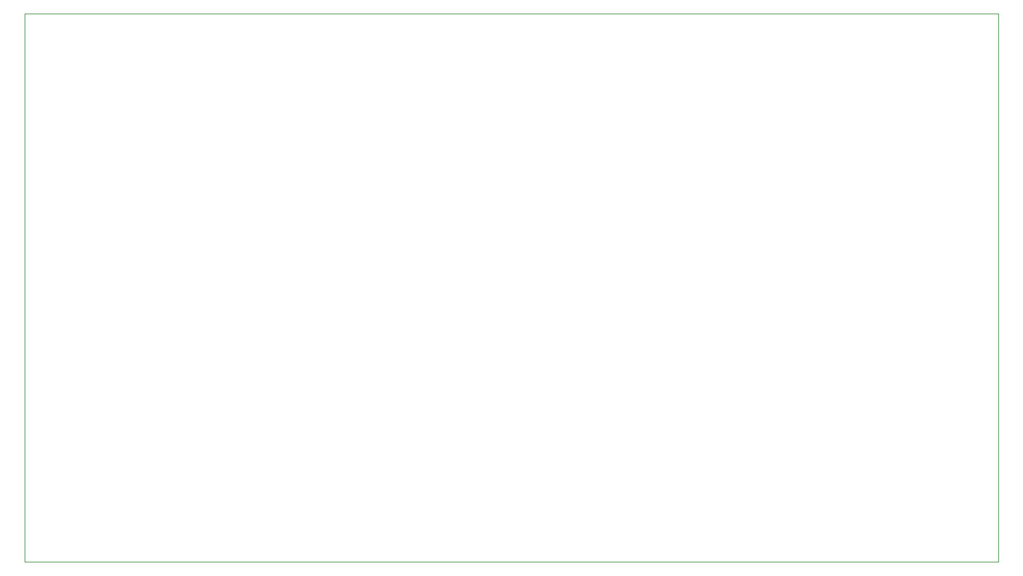
<source format=gbr>
%TF.GenerationSoftware,KiCad,Pcbnew,(6.0.1)*%
%TF.CreationDate,2023-03-04T22:59:05-07:00*%
%TF.ProjectId,DevBoard2.0,44657642-6f61-4726-9432-2e302e6b6963,rev?*%
%TF.SameCoordinates,Original*%
%TF.FileFunction,Profile,NP*%
%FSLAX46Y46*%
G04 Gerber Fmt 4.6, Leading zero omitted, Abs format (unit mm)*
G04 Created by KiCad (PCBNEW (6.0.1)) date 2023-03-04 22:59:05*
%MOMM*%
%LPD*%
G01*
G04 APERTURE LIST*
%TA.AperFunction,Profile*%
%ADD10C,0.100000*%
%TD*%
G04 APERTURE END LIST*
D10*
X157861000Y-12065000D02*
X284988000Y-12065000D01*
X284988000Y-12065000D02*
X284988000Y-83693000D01*
X284988000Y-83693000D02*
X157861000Y-83693000D01*
X157861000Y-83693000D02*
X157861000Y-12065000D01*
M02*

</source>
